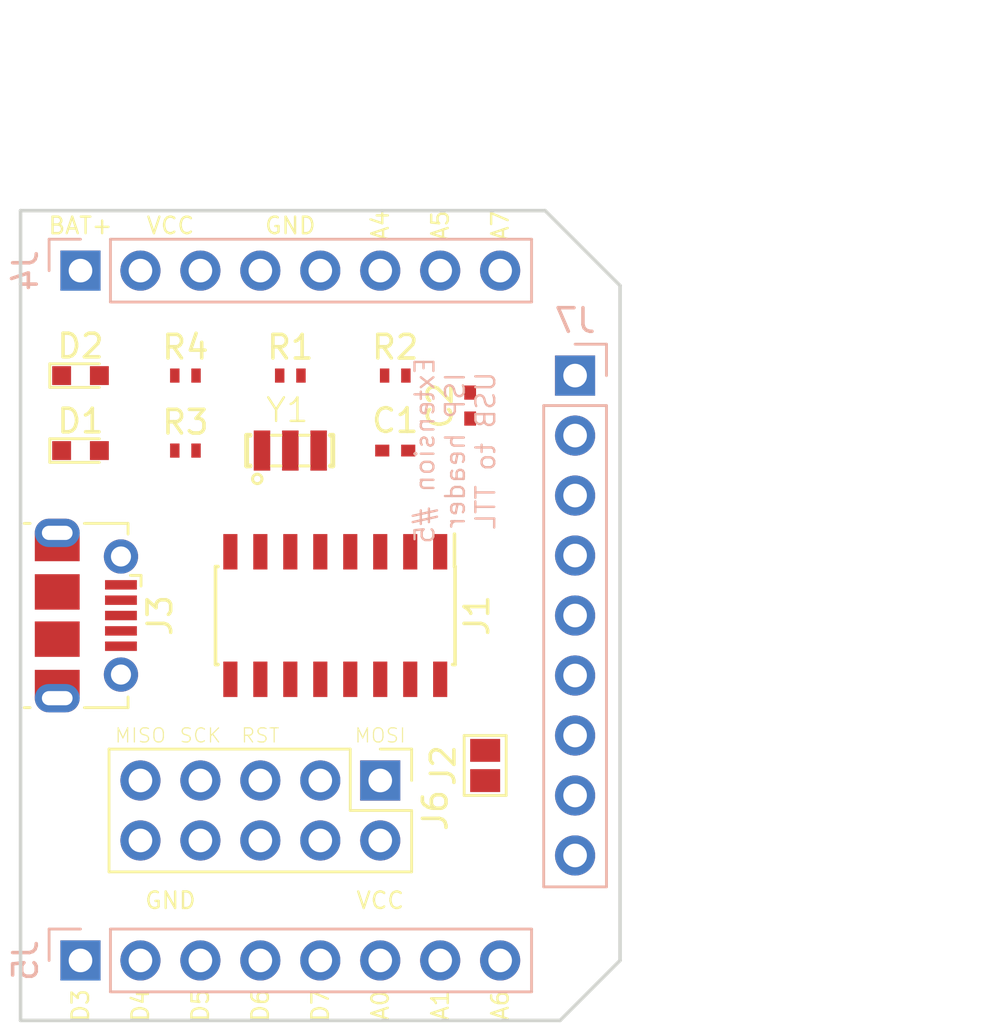
<source format=kicad_pcb>
(kicad_pcb (version 4) (host pcbnew 4.0.7-e2-6376~58~ubuntu17.04.1)

  (general
    (links 45)
    (no_connects 43)
    (area 146.609999 93.904999 172.160001 128.345001)
    (thickness 1.6)
    (drawings 30)
    (tracks 0)
    (zones 0)
    (modules 16)
    (nets 41)
  )

  (page A4)
  (layers
    (0 F.Cu signal)
    (31 B.Cu signal)
    (32 B.Adhes user)
    (33 F.Adhes user)
    (34 B.Paste user)
    (35 F.Paste user)
    (36 B.SilkS user)
    (37 F.SilkS user)
    (38 B.Mask user)
    (39 F.Mask user)
    (40 Dwgs.User user)
    (41 Cmts.User user)
    (42 Eco1.User user)
    (43 Eco2.User user)
    (44 Edge.Cuts user)
    (45 Margin user)
    (46 B.CrtYd user)
    (47 F.CrtYd user)
    (48 B.Fab user)
    (49 F.Fab user)
  )

  (setup
    (last_trace_width 0.25)
    (trace_clearance 0.2)
    (zone_clearance 0.508)
    (zone_45_only no)
    (trace_min 0.2)
    (segment_width 0.2)
    (edge_width 0.15)
    (via_size 0.6)
    (via_drill 0.4)
    (via_min_size 0.4)
    (via_min_drill 0.3)
    (uvia_size 0.3)
    (uvia_drill 0.1)
    (uvias_allowed no)
    (uvia_min_size 0.2)
    (uvia_min_drill 0.1)
    (pcb_text_width 0.3)
    (pcb_text_size 1.5 1.5)
    (mod_edge_width 0.15)
    (mod_text_size 1 1)
    (mod_text_width 0.15)
    (pad_size 1.524 1.524)
    (pad_drill 0.762)
    (pad_to_mask_clearance 0.2)
    (aux_axis_origin 0 0)
    (visible_elements FFFFFF7F)
    (pcbplotparams
      (layerselection 0x00030_80000001)
      (usegerberextensions false)
      (excludeedgelayer true)
      (linewidth 0.100000)
      (plotframeref false)
      (viasonmask false)
      (mode 1)
      (useauxorigin false)
      (hpglpennumber 1)
      (hpglpenspeed 20)
      (hpglpendiameter 15)
      (hpglpenoverlay 2)
      (psnegative false)
      (psa4output false)
      (plotreference true)
      (plotvalue true)
      (plotinvisibletext false)
      (padsonsilk false)
      (subtractmaskfromsilk false)
      (outputformat 1)
      (mirror false)
      (drillshape 1)
      (scaleselection 1)
      (outputdirectory ""))
  )

  (net 0 "")
  (net 1 "Net-(C1-Pad1)")
  (net 2 GND)
  (net 3 VCC)
  (net 4 "Net-(D1-Pad1)")
  (net 5 "Net-(D2-Pad1)")
  (net 6 "Net-(J1-Pad2)")
  (net 7 "Net-(J1-Pad3)")
  (net 8 /USB_P)
  (net 9 /USB_N)
  (net 10 "Net-(J1-Pad7)")
  (net 11 "Net-(J1-Pad8)")
  (net 12 "Net-(J1-Pad9)")
  (net 13 "Net-(J1-Pad10)")
  (net 14 "Net-(J1-Pad11)")
  (net 15 "Net-(J1-Pad12)")
  (net 16 /DTR_2)
  (net 17 "Net-(J1-Pad14)")
  (net 18 "Net-(J1-Pad15)")
  (net 19 /DTR_1)
  (net 20 "Net-(J3-Pad6)")
  (net 21 "Net-(J3-Pad4)")
  (net 22 /BAT+)
  (net 23 /A4)
  (net 24 /A5)
  (net 25 /A7)
  (net 26 /D3)
  (net 27 /D4)
  (net 28 /D5)
  (net 29 /D6)
  (net 30 /D7)
  (net 31 /A0)
  (net 32 /A1)
  (net 33 /A6)
  (net 34 /MOSI)
  (net 35 "Net-(J6-Pad3)")
  (net 36 /RST)
  (net 37 /SCK)
  (net 38 /MISO)
  (net 39 /RX)
  (net 40 /TX)

  (net_class Default "Ceci est la Netclass par défaut"
    (clearance 0.2)
    (trace_width 0.25)
    (via_dia 0.6)
    (via_drill 0.4)
    (uvia_dia 0.3)
    (uvia_drill 0.1)
    (add_net /A0)
    (add_net /A1)
    (add_net /A4)
    (add_net /A5)
    (add_net /A6)
    (add_net /A7)
    (add_net /BAT+)
    (add_net /D3)
    (add_net /D4)
    (add_net /D5)
    (add_net /D6)
    (add_net /D7)
    (add_net /DTR_1)
    (add_net /DTR_2)
    (add_net /MISO)
    (add_net /MOSI)
    (add_net /RST)
    (add_net /RX)
    (add_net /SCK)
    (add_net /TX)
    (add_net /USB_N)
    (add_net /USB_P)
    (add_net GND)
    (add_net "Net-(C1-Pad1)")
    (add_net "Net-(D1-Pad1)")
    (add_net "Net-(D2-Pad1)")
    (add_net "Net-(J1-Pad10)")
    (add_net "Net-(J1-Pad11)")
    (add_net "Net-(J1-Pad12)")
    (add_net "Net-(J1-Pad14)")
    (add_net "Net-(J1-Pad15)")
    (add_net "Net-(J1-Pad2)")
    (add_net "Net-(J1-Pad3)")
    (add_net "Net-(J1-Pad7)")
    (add_net "Net-(J1-Pad8)")
    (add_net "Net-(J1-Pad9)")
    (add_net "Net-(J3-Pad4)")
    (add_net "Net-(J3-Pad6)")
    (add_net "Net-(J6-Pad3)")
    (add_net VCC)
  )

  (module Capacitors_SMD:C_0402_NoSilk (layer F.Cu) (tedit 59CD62B0) (tstamp 59CD58F5)
    (at 162.56 104.14)
    (descr "Capacitor SMD 0402, reflow soldering, AVX (see smccp.pdf)")
    (tags "capacitor 0402")
    (path /5975B973)
    (attr smd)
    (fp_text reference C1 (at 0 -1.27) (layer F.SilkS)
      (effects (font (size 1 1) (thickness 0.15)))
    )
    (fp_text value 100nF (at 0 1.27) (layer F.Fab) hide
      (effects (font (size 1 1) (thickness 0.15)))
    )
    (fp_text user %R (at 0 -1.27) (layer F.Fab)
      (effects (font (size 1 1) (thickness 0.15)))
    )
    (fp_line (start -0.5 0.25) (end -0.5 -0.25) (layer F.Fab) (width 0.1))
    (fp_line (start 0.5 0.25) (end -0.5 0.25) (layer F.Fab) (width 0.1))
    (fp_line (start 0.5 -0.25) (end 0.5 0.25) (layer F.Fab) (width 0.1))
    (fp_line (start -0.5 -0.25) (end 0.5 -0.25) (layer F.Fab) (width 0.1))
    (fp_line (start -1 -0.4) (end 1 -0.4) (layer F.CrtYd) (width 0.05))
    (fp_line (start -1 -0.4) (end -1 0.4) (layer F.CrtYd) (width 0.05))
    (fp_line (start 1 0.4) (end 1 -0.4) (layer F.CrtYd) (width 0.05))
    (fp_line (start 1 0.4) (end -1 0.4) (layer F.CrtYd) (width 0.05))
    (pad 1 smd rect (at -0.55 0) (size 0.6 0.5) (layers F.Cu F.Paste F.Mask)
      (net 1 "Net-(C1-Pad1)"))
    (pad 2 smd rect (at 0.55 0) (size 0.6 0.5) (layers F.Cu F.Paste F.Mask)
      (net 2 GND))
    (model Capacitors_SMD.3dshapes/C_0402.wrl
      (at (xyz 0 0 0))
      (scale (xyz 1 1 1))
      (rotate (xyz 0 0 0))
    )
  )

  (module Capacitors_SMD:C_0402_NoSilk (layer F.Cu) (tedit 59CD62AE) (tstamp 59CD58FB)
    (at 165.735 102.235 90)
    (descr "Capacitor SMD 0402, reflow soldering, AVX (see smccp.pdf)")
    (tags "capacitor 0402")
    (path /5975B9FA)
    (attr smd)
    (fp_text reference C2 (at 0 -1.27 90) (layer F.SilkS)
      (effects (font (size 1 1) (thickness 0.15)))
    )
    (fp_text value 100nF (at 0 1.27 90) (layer F.Fab) hide
      (effects (font (size 1 1) (thickness 0.15)))
    )
    (fp_text user %R (at 0 -1.27 90) (layer F.Fab)
      (effects (font (size 1 1) (thickness 0.15)))
    )
    (fp_line (start -0.5 0.25) (end -0.5 -0.25) (layer F.Fab) (width 0.1))
    (fp_line (start 0.5 0.25) (end -0.5 0.25) (layer F.Fab) (width 0.1))
    (fp_line (start 0.5 -0.25) (end 0.5 0.25) (layer F.Fab) (width 0.1))
    (fp_line (start -0.5 -0.25) (end 0.5 -0.25) (layer F.Fab) (width 0.1))
    (fp_line (start -1 -0.4) (end 1 -0.4) (layer F.CrtYd) (width 0.05))
    (fp_line (start -1 -0.4) (end -1 0.4) (layer F.CrtYd) (width 0.05))
    (fp_line (start 1 0.4) (end 1 -0.4) (layer F.CrtYd) (width 0.05))
    (fp_line (start 1 0.4) (end -1 0.4) (layer F.CrtYd) (width 0.05))
    (pad 1 smd rect (at -0.55 0 90) (size 0.6 0.5) (layers F.Cu F.Paste F.Mask)
      (net 3 VCC))
    (pad 2 smd rect (at 0.55 0 90) (size 0.6 0.5) (layers F.Cu F.Paste F.Mask)
      (net 2 GND))
    (model Capacitors_SMD.3dshapes/C_0402.wrl
      (at (xyz 0 0 0))
      (scale (xyz 1 1 1))
      (rotate (xyz 0 0 0))
    )
  )

  (module LEDs:LED_0603 (layer F.Cu) (tedit 59CD62A3) (tstamp 59CD5901)
    (at 149.225 104.14)
    (descr "LED 0603 smd package")
    (tags "LED led 0603 SMD smd SMT smt smdled SMDLED smtled SMTLED")
    (path /5975BB8F)
    (attr smd)
    (fp_text reference D1 (at 0 -1.25) (layer F.SilkS)
      (effects (font (size 1 1) (thickness 0.15)))
    )
    (fp_text value 0603 (at 0 1.35) (layer F.Fab) hide
      (effects (font (size 1 1) (thickness 0.15)))
    )
    (fp_line (start -1.3 -0.5) (end -1.3 0.5) (layer F.SilkS) (width 0.12))
    (fp_line (start -0.2 -0.2) (end -0.2 0.2) (layer F.Fab) (width 0.1))
    (fp_line (start -0.15 0) (end 0.15 -0.2) (layer F.Fab) (width 0.1))
    (fp_line (start 0.15 0.2) (end -0.15 0) (layer F.Fab) (width 0.1))
    (fp_line (start 0.15 -0.2) (end 0.15 0.2) (layer F.Fab) (width 0.1))
    (fp_line (start 0.8 0.4) (end -0.8 0.4) (layer F.Fab) (width 0.1))
    (fp_line (start 0.8 -0.4) (end 0.8 0.4) (layer F.Fab) (width 0.1))
    (fp_line (start -0.8 -0.4) (end 0.8 -0.4) (layer F.Fab) (width 0.1))
    (fp_line (start -0.8 0.4) (end -0.8 -0.4) (layer F.Fab) (width 0.1))
    (fp_line (start -1.3 0.5) (end 0.8 0.5) (layer F.SilkS) (width 0.12))
    (fp_line (start -1.3 -0.5) (end 0.8 -0.5) (layer F.SilkS) (width 0.12))
    (fp_line (start 1.45 -0.65) (end 1.45 0.65) (layer F.CrtYd) (width 0.05))
    (fp_line (start 1.45 0.65) (end -1.45 0.65) (layer F.CrtYd) (width 0.05))
    (fp_line (start -1.45 0.65) (end -1.45 -0.65) (layer F.CrtYd) (width 0.05))
    (fp_line (start -1.45 -0.65) (end 1.45 -0.65) (layer F.CrtYd) (width 0.05))
    (pad 2 smd rect (at 0.8 0 180) (size 0.8 0.8) (layers F.Cu F.Paste F.Mask)
      (net 3 VCC))
    (pad 1 smd rect (at -0.8 0 180) (size 0.8 0.8) (layers F.Cu F.Paste F.Mask)
      (net 4 "Net-(D1-Pad1)"))
    (model ${KISYS3DMOD}/LEDs.3dshapes/LED_0603.wrl
      (at (xyz 0 0 0))
      (scale (xyz 1 1 1))
      (rotate (xyz 0 0 180))
    )
  )

  (module LEDs:LED_0603 (layer F.Cu) (tedit 59CD62A0) (tstamp 59CD5907)
    (at 149.225 100.965)
    (descr "LED 0603 smd package")
    (tags "LED led 0603 SMD smd SMT smt smdled SMDLED smtled SMTLED")
    (path /5975BBCE)
    (attr smd)
    (fp_text reference D2 (at 0 -1.25) (layer F.SilkS)
      (effects (font (size 1 1) (thickness 0.15)))
    )
    (fp_text value 0603 (at 0 1.35) (layer F.Fab) hide
      (effects (font (size 1 1) (thickness 0.15)))
    )
    (fp_line (start -1.3 -0.5) (end -1.3 0.5) (layer F.SilkS) (width 0.12))
    (fp_line (start -0.2 -0.2) (end -0.2 0.2) (layer F.Fab) (width 0.1))
    (fp_line (start -0.15 0) (end 0.15 -0.2) (layer F.Fab) (width 0.1))
    (fp_line (start 0.15 0.2) (end -0.15 0) (layer F.Fab) (width 0.1))
    (fp_line (start 0.15 -0.2) (end 0.15 0.2) (layer F.Fab) (width 0.1))
    (fp_line (start 0.8 0.4) (end -0.8 0.4) (layer F.Fab) (width 0.1))
    (fp_line (start 0.8 -0.4) (end 0.8 0.4) (layer F.Fab) (width 0.1))
    (fp_line (start -0.8 -0.4) (end 0.8 -0.4) (layer F.Fab) (width 0.1))
    (fp_line (start -0.8 0.4) (end -0.8 -0.4) (layer F.Fab) (width 0.1))
    (fp_line (start -1.3 0.5) (end 0.8 0.5) (layer F.SilkS) (width 0.12))
    (fp_line (start -1.3 -0.5) (end 0.8 -0.5) (layer F.SilkS) (width 0.12))
    (fp_line (start 1.45 -0.65) (end 1.45 0.65) (layer F.CrtYd) (width 0.05))
    (fp_line (start 1.45 0.65) (end -1.45 0.65) (layer F.CrtYd) (width 0.05))
    (fp_line (start -1.45 0.65) (end -1.45 -0.65) (layer F.CrtYd) (width 0.05))
    (fp_line (start -1.45 -0.65) (end 1.45 -0.65) (layer F.CrtYd) (width 0.05))
    (pad 2 smd rect (at 0.8 0 180) (size 0.8 0.8) (layers F.Cu F.Paste F.Mask)
      (net 3 VCC))
    (pad 1 smd rect (at -0.8 0 180) (size 0.8 0.8) (layers F.Cu F.Paste F.Mask)
      (net 5 "Net-(D2-Pad1)"))
    (model ${KISYS3DMOD}/LEDs.3dshapes/LED_0603.wrl
      (at (xyz 0 0 0))
      (scale (xyz 1 1 1))
      (rotate (xyz 0 0 180))
    )
  )

  (module Housings_SOIC:SOIC-16_3.9x9.9mm_Pitch1.27mm (layer F.Cu) (tedit 59CD627D) (tstamp 59CD591B)
    (at 160.02 111.125 270)
    (descr "16-Lead Plastic Small Outline (SL) - Narrow, 3.90 mm Body [SOIC] (see Microchip Packaging Specification 00000049BS.pdf)")
    (tags "SOIC 1.27")
    (path /59721428)
    (attr smd)
    (fp_text reference J1 (at 0 -6 270) (layer F.SilkS)
      (effects (font (size 1 1) (thickness 0.15)))
    )
    (fp_text value CH340G (at 0 6 270) (layer F.Fab) hide
      (effects (font (size 1 1) (thickness 0.15)))
    )
    (fp_text user %R (at 0 0 450) (layer F.Fab)
      (effects (font (size 0.9 0.9) (thickness 0.135)))
    )
    (fp_line (start -0.95 -4.95) (end 1.95 -4.95) (layer F.Fab) (width 0.15))
    (fp_line (start 1.95 -4.95) (end 1.95 4.95) (layer F.Fab) (width 0.15))
    (fp_line (start 1.95 4.95) (end -1.95 4.95) (layer F.Fab) (width 0.15))
    (fp_line (start -1.95 4.95) (end -1.95 -3.95) (layer F.Fab) (width 0.15))
    (fp_line (start -1.95 -3.95) (end -0.95 -4.95) (layer F.Fab) (width 0.15))
    (fp_line (start -3.7 -5.25) (end -3.7 5.25) (layer F.CrtYd) (width 0.05))
    (fp_line (start 3.7 -5.25) (end 3.7 5.25) (layer F.CrtYd) (width 0.05))
    (fp_line (start -3.7 -5.25) (end 3.7 -5.25) (layer F.CrtYd) (width 0.05))
    (fp_line (start -3.7 5.25) (end 3.7 5.25) (layer F.CrtYd) (width 0.05))
    (fp_line (start -2.075 -5.075) (end -2.075 -5.05) (layer F.SilkS) (width 0.15))
    (fp_line (start 2.075 -5.075) (end 2.075 -4.97) (layer F.SilkS) (width 0.15))
    (fp_line (start 2.075 5.075) (end 2.075 4.97) (layer F.SilkS) (width 0.15))
    (fp_line (start -2.075 5.075) (end -2.075 4.97) (layer F.SilkS) (width 0.15))
    (fp_line (start -2.075 -5.075) (end 2.075 -5.075) (layer F.SilkS) (width 0.15))
    (fp_line (start -2.075 5.075) (end 2.075 5.075) (layer F.SilkS) (width 0.15))
    (fp_line (start -2.075 -5.05) (end -3.45 -5.05) (layer F.SilkS) (width 0.15))
    (pad 1 smd rect (at -2.7 -4.445 270) (size 1.5 0.6) (layers F.Cu F.Paste F.Mask)
      (net 2 GND))
    (pad 2 smd rect (at -2.7 -3.175 270) (size 1.5 0.6) (layers F.Cu F.Paste F.Mask)
      (net 6 "Net-(J1-Pad2)"))
    (pad 3 smd rect (at -2.7 -1.905 270) (size 1.5 0.6) (layers F.Cu F.Paste F.Mask)
      (net 7 "Net-(J1-Pad3)"))
    (pad 4 smd rect (at -2.7 -0.635 270) (size 1.5 0.6) (layers F.Cu F.Paste F.Mask)
      (net 1 "Net-(C1-Pad1)"))
    (pad 5 smd rect (at -2.7 0.635 270) (size 1.5 0.6) (layers F.Cu F.Paste F.Mask)
      (net 8 /USB_P))
    (pad 6 smd rect (at -2.7 1.905 270) (size 1.5 0.6) (layers F.Cu F.Paste F.Mask)
      (net 9 /USB_N))
    (pad 7 smd rect (at -2.7 3.175 270) (size 1.5 0.6) (layers F.Cu F.Paste F.Mask)
      (net 10 "Net-(J1-Pad7)"))
    (pad 8 smd rect (at -2.7 4.445 270) (size 1.5 0.6) (layers F.Cu F.Paste F.Mask)
      (net 11 "Net-(J1-Pad8)"))
    (pad 9 smd rect (at 2.7 4.445 270) (size 1.5 0.6) (layers F.Cu F.Paste F.Mask)
      (net 12 "Net-(J1-Pad9)"))
    (pad 10 smd rect (at 2.7 3.175 270) (size 1.5 0.6) (layers F.Cu F.Paste F.Mask)
      (net 13 "Net-(J1-Pad10)"))
    (pad 11 smd rect (at 2.7 1.905 270) (size 1.5 0.6) (layers F.Cu F.Paste F.Mask)
      (net 14 "Net-(J1-Pad11)"))
    (pad 12 smd rect (at 2.7 0.635 270) (size 1.5 0.6) (layers F.Cu F.Paste F.Mask)
      (net 15 "Net-(J1-Pad12)"))
    (pad 13 smd rect (at 2.7 -0.635 270) (size 1.5 0.6) (layers F.Cu F.Paste F.Mask)
      (net 16 /DTR_2))
    (pad 14 smd rect (at 2.7 -1.905 270) (size 1.5 0.6) (layers F.Cu F.Paste F.Mask)
      (net 17 "Net-(J1-Pad14)"))
    (pad 15 smd rect (at 2.7 -3.175 270) (size 1.5 0.6) (layers F.Cu F.Paste F.Mask)
      (net 18 "Net-(J1-Pad15)"))
    (pad 16 smd rect (at 2.7 -4.445 270) (size 1.5 0.6) (layers F.Cu F.Paste F.Mask)
      (net 3 VCC))
    (model ${KISYS3DMOD}/Housings_SOIC.3dshapes/SOIC-16_3.9x9.9mm_Pitch1.27mm.wrl
      (at (xyz 0 0 0))
      (scale (xyz 1 1 1))
      (rotate (xyz 0 0 0))
    )
  )

  (module Connectors:GS2 (layer F.Cu) (tedit 59CD6455) (tstamp 59CD5921)
    (at 166.37 117.475 180)
    (descr "2-pin solder bridge")
    (tags "solder bridge")
    (path /59CD95B9)
    (attr smd)
    (fp_text reference J2 (at 1.78 0 270) (layer F.SilkS)
      (effects (font (size 1 1) (thickness 0.15)))
    )
    (fp_text value GS2 (at -1.8 0 270) (layer F.Fab) hide
      (effects (font (size 1 1) (thickness 0.15)))
    )
    (fp_line (start 1.1 -1.45) (end 1.1 1.5) (layer F.CrtYd) (width 0.05))
    (fp_line (start 1.1 1.5) (end -1.1 1.5) (layer F.CrtYd) (width 0.05))
    (fp_line (start -1.1 1.5) (end -1.1 -1.45) (layer F.CrtYd) (width 0.05))
    (fp_line (start -1.1 -1.45) (end 1.1 -1.45) (layer F.CrtYd) (width 0.05))
    (fp_line (start -0.89 -1.27) (end -0.89 1.27) (layer F.SilkS) (width 0.12))
    (fp_line (start 0.89 1.27) (end 0.89 -1.27) (layer F.SilkS) (width 0.12))
    (fp_line (start 0.89 1.27) (end -0.89 1.27) (layer F.SilkS) (width 0.12))
    (fp_line (start -0.89 -1.27) (end 0.89 -1.27) (layer F.SilkS) (width 0.12))
    (pad 1 smd rect (at 0 -0.64 180) (size 1.27 0.97) (layers F.Cu F.Paste F.Mask)
      (net 19 /DTR_1))
    (pad 2 smd rect (at 0 0.64 180) (size 1.27 0.97) (layers F.Cu F.Paste F.Mask)
      (net 16 /DTR_2))
  )

  (module Connectors_USB:USB_Micro-B_Molex-105017-0001 (layer F.Cu) (tedit 59CD6294) (tstamp 59CD5932)
    (at 148.59 111.125 270)
    (descr http://www.molex.com/pdm_docs/sd/1050170001_sd.pdf)
    (tags "Micro-USB SMD Typ-B")
    (path /59CD456F)
    (attr smd)
    (fp_text reference J3 (at 0 -4 270) (layer F.SilkS)
      (effects (font (size 1 1) (thickness 0.15)))
    )
    (fp_text value USB_OTG (at 0.3 3.45 270) (layer F.Fab) hide
      (effects (font (size 1 1) (thickness 0.15)))
    )
    (fp_line (start -4.4 2.75) (end 4.4 2.75) (layer F.CrtYd) (width 0.05))
    (fp_line (start 4.4 -3.35) (end 4.4 2.75) (layer F.CrtYd) (width 0.05))
    (fp_line (start -4.4 -3.35) (end 4.4 -3.35) (layer F.CrtYd) (width 0.05))
    (fp_line (start -4.4 2.75) (end -4.4 -3.35) (layer F.CrtYd) (width 0.05))
    (fp_text user "PCB Edge" (at 0 1.8 270) (layer Dwgs.User) hide
      (effects (font (size 0.5 0.5) (thickness 0.08)))
    )
    (fp_line (start -3.9 -2.65) (end -3.45 -2.65) (layer F.SilkS) (width 0.12))
    (fp_line (start -3.9 -0.8) (end -3.9 -2.65) (layer F.SilkS) (width 0.12))
    (fp_line (start 3.9 1.75) (end 3.9 1.5) (layer F.SilkS) (width 0.12))
    (fp_line (start 3.75 2.5) (end 3.75 -2.5) (layer F.Fab) (width 0.1))
    (fp_line (start -3 1.801704) (end 3 1.801704) (layer F.Fab) (width 0.1))
    (fp_line (start -3.75 2.501704) (end 3.75 2.501704) (layer F.Fab) (width 0.1))
    (fp_line (start -3.75 -2.5) (end 3.75 -2.5) (layer F.Fab) (width 0.1))
    (fp_line (start -3.75 2.5) (end -3.75 -2.5) (layer F.Fab) (width 0.1))
    (fp_line (start -3.9 1.75) (end -3.9 1.5) (layer F.SilkS) (width 0.12))
    (fp_line (start 3.9 -0.8) (end 3.9 -2.65) (layer F.SilkS) (width 0.12))
    (fp_line (start 3.9 -2.65) (end 3.45 -2.65) (layer F.SilkS) (width 0.12))
    (fp_text user %R (at 0 0 270) (layer F.Fab)
      (effects (font (size 1 1) (thickness 0.15)))
    )
    (fp_line (start -1.7 -3.2) (end -1.25 -3.2) (layer F.SilkS) (width 0.12))
    (fp_line (start -1.7 -3.2) (end -1.7 -2.75) (layer F.SilkS) (width 0.12))
    (fp_line (start -1.3 -2.6) (end -1.5 -2.8) (layer F.Fab) (width 0.1))
    (fp_line (start -1.1 -2.8) (end -1.3 -2.6) (layer F.Fab) (width 0.1))
    (fp_line (start -1.5 -3.01) (end -1.1 -3.01) (layer F.Fab) (width 0.1))
    (fp_line (start -1.5 -3.01) (end -1.5 -2.8) (layer F.Fab) (width 0.1))
    (fp_line (start -1.1 -3.01) (end -1.1 -2.8) (layer F.Fab) (width 0.1))
    (pad 6 smd rect (at 1 0.35 270) (size 1.5 1.9) (layers F.Cu F.Paste F.Mask)
      (net 20 "Net-(J3-Pad6)"))
    (pad 6 thru_hole circle (at -2.5 -2.35 270) (size 1.45 1.45) (drill 0.85) (layers *.Cu *.Mask)
      (net 20 "Net-(J3-Pad6)"))
    (pad 2 smd rect (at -0.65 -2.35 270) (size 0.4 1.35) (layers F.Cu F.Paste F.Mask)
      (net 9 /USB_N))
    (pad 1 smd rect (at -1.3 -2.35 270) (size 0.4 1.35) (layers F.Cu F.Paste F.Mask)
      (net 3 VCC))
    (pad 5 smd rect (at 1.3 -2.35 270) (size 0.4 1.35) (layers F.Cu F.Paste F.Mask)
      (net 2 GND))
    (pad 4 smd rect (at 0.65 -2.35 270) (size 0.4 1.35) (layers F.Cu F.Paste F.Mask)
      (net 21 "Net-(J3-Pad4)"))
    (pad 3 smd rect (at 0 -2.35 270) (size 0.4 1.35) (layers F.Cu F.Paste F.Mask)
      (net 8 /USB_P))
    (pad 6 thru_hole circle (at 2.5 -2.35 270) (size 1.45 1.45) (drill 0.85) (layers *.Cu *.Mask)
      (net 20 "Net-(J3-Pad6)"))
    (pad 6 smd rect (at -1 0.35 270) (size 1.5 1.9) (layers F.Cu F.Paste F.Mask)
      (net 20 "Net-(J3-Pad6)"))
    (pad 6 thru_hole oval (at -3.5 0.35 90) (size 1.2 1.9) (drill oval 0.6 1.3) (layers *.Cu *.Mask)
      (net 20 "Net-(J3-Pad6)") (zone_connect 0))
    (pad 6 thru_hole oval (at 3.5 0.35 270) (size 1.2 1.9) (drill oval 0.6 1.3) (layers *.Cu *.Mask)
      (net 20 "Net-(J3-Pad6)"))
    (pad 6 smd rect (at 2.9 0.35 270) (size 1.2 1.9) (layers F.Cu F.Mask)
      (net 20 "Net-(J3-Pad6)"))
    (pad 6 smd rect (at -2.9 0.35 270) (size 1.2 1.9) (layers F.Cu F.Mask)
      (net 20 "Net-(J3-Pad6)"))
    (model ${KISYS3DMOD}/Connectors_USB.3dshapes/USB_Micro-B_Molex-105017-0001.wrl
      (at (xyz 0 0 0))
      (scale (xyz 1 1 1))
      (rotate (xyz 0 0 0))
    )
    (model Connectors_USB.3dshapes/USB_Micro-B_Molex_47346-0001.wrl
      (at (xyz 0 0 0))
      (scale (xyz 1 1 1))
      (rotate (xyz 0 0 0))
    )
  )

  (module Socket_Strips:Socket_Strip_Straight_1x08_Pitch2.54mm (layer B.Cu) (tedit 59CD628B) (tstamp 59CD593E)
    (at 149.225 96.52 270)
    (descr "Through hole straight socket strip, 1x08, 2.54mm pitch, single row")
    (tags "Through hole socket strip THT 1x08 2.54mm single row")
    (path /59CD47C6)
    (fp_text reference J4 (at 0 2.33 270) (layer B.SilkS)
      (effects (font (size 1 1) (thickness 0.15)) (justify mirror))
    )
    (fp_text value CONN_01X08 (at 0 -20.11 270) (layer B.Fab) hide
      (effects (font (size 1 1) (thickness 0.15)) (justify mirror))
    )
    (fp_line (start -1.27 1.27) (end -1.27 -19.05) (layer B.Fab) (width 0.1))
    (fp_line (start -1.27 -19.05) (end 1.27 -19.05) (layer B.Fab) (width 0.1))
    (fp_line (start 1.27 -19.05) (end 1.27 1.27) (layer B.Fab) (width 0.1))
    (fp_line (start 1.27 1.27) (end -1.27 1.27) (layer B.Fab) (width 0.1))
    (fp_line (start -1.33 -1.27) (end -1.33 -19.11) (layer B.SilkS) (width 0.12))
    (fp_line (start -1.33 -19.11) (end 1.33 -19.11) (layer B.SilkS) (width 0.12))
    (fp_line (start 1.33 -19.11) (end 1.33 -1.27) (layer B.SilkS) (width 0.12))
    (fp_line (start 1.33 -1.27) (end -1.33 -1.27) (layer B.SilkS) (width 0.12))
    (fp_line (start -1.33 0) (end -1.33 1.33) (layer B.SilkS) (width 0.12))
    (fp_line (start -1.33 1.33) (end 0 1.33) (layer B.SilkS) (width 0.12))
    (fp_line (start -1.8 1.8) (end -1.8 -19.55) (layer B.CrtYd) (width 0.05))
    (fp_line (start -1.8 -19.55) (end 1.8 -19.55) (layer B.CrtYd) (width 0.05))
    (fp_line (start 1.8 -19.55) (end 1.8 1.8) (layer B.CrtYd) (width 0.05))
    (fp_line (start 1.8 1.8) (end -1.8 1.8) (layer B.CrtYd) (width 0.05))
    (fp_text user %R (at 0 2.33 270) (layer B.Fab)
      (effects (font (size 1 1) (thickness 0.15)) (justify mirror))
    )
    (pad 1 thru_hole rect (at 0 0 270) (size 1.7 1.7) (drill 1) (layers *.Cu *.Mask)
      (net 22 /BAT+))
    (pad 2 thru_hole oval (at 0 -2.54 270) (size 1.7 1.7) (drill 1) (layers *.Cu *.Mask)
      (net 3 VCC))
    (pad 3 thru_hole oval (at 0 -5.08 270) (size 1.7 1.7) (drill 1) (layers *.Cu *.Mask)
      (net 3 VCC))
    (pad 4 thru_hole oval (at 0 -7.62 270) (size 1.7 1.7) (drill 1) (layers *.Cu *.Mask)
      (net 2 GND))
    (pad 5 thru_hole oval (at 0 -10.16 270) (size 1.7 1.7) (drill 1) (layers *.Cu *.Mask)
      (net 2 GND))
    (pad 6 thru_hole oval (at 0 -12.7 270) (size 1.7 1.7) (drill 1) (layers *.Cu *.Mask)
      (net 23 /A4))
    (pad 7 thru_hole oval (at 0 -15.24 270) (size 1.7 1.7) (drill 1) (layers *.Cu *.Mask)
      (net 24 /A5))
    (pad 8 thru_hole oval (at 0 -17.78 270) (size 1.7 1.7) (drill 1) (layers *.Cu *.Mask)
      (net 25 /A7))
    (model ${KISYS3DMOD}/Socket_Strips.3dshapes/Socket_Strip_Straight_1x08_Pitch2.54mm.wrl
      (at (xyz 0 -0.35 0))
      (scale (xyz 1 1 1))
      (rotate (xyz 0 0 270))
    )
  )

  (module Socket_Strips:Socket_Strip_Straight_1x08_Pitch2.54mm (layer B.Cu) (tedit 59CD6288) (tstamp 59CD594A)
    (at 149.225 125.73 270)
    (descr "Through hole straight socket strip, 1x08, 2.54mm pitch, single row")
    (tags "Through hole socket strip THT 1x08 2.54mm single row")
    (path /59CD4844)
    (fp_text reference J5 (at 0 2.33 270) (layer B.SilkS)
      (effects (font (size 1 1) (thickness 0.15)) (justify mirror))
    )
    (fp_text value CONN_01X08 (at 0 -20.11 270) (layer B.Fab) hide
      (effects (font (size 1 1) (thickness 0.15)) (justify mirror))
    )
    (fp_line (start -1.27 1.27) (end -1.27 -19.05) (layer B.Fab) (width 0.1))
    (fp_line (start -1.27 -19.05) (end 1.27 -19.05) (layer B.Fab) (width 0.1))
    (fp_line (start 1.27 -19.05) (end 1.27 1.27) (layer B.Fab) (width 0.1))
    (fp_line (start 1.27 1.27) (end -1.27 1.27) (layer B.Fab) (width 0.1))
    (fp_line (start -1.33 -1.27) (end -1.33 -19.11) (layer B.SilkS) (width 0.12))
    (fp_line (start -1.33 -19.11) (end 1.33 -19.11) (layer B.SilkS) (width 0.12))
    (fp_line (start 1.33 -19.11) (end 1.33 -1.27) (layer B.SilkS) (width 0.12))
    (fp_line (start 1.33 -1.27) (end -1.33 -1.27) (layer B.SilkS) (width 0.12))
    (fp_line (start -1.33 0) (end -1.33 1.33) (layer B.SilkS) (width 0.12))
    (fp_line (start -1.33 1.33) (end 0 1.33) (layer B.SilkS) (width 0.12))
    (fp_line (start -1.8 1.8) (end -1.8 -19.55) (layer B.CrtYd) (width 0.05))
    (fp_line (start -1.8 -19.55) (end 1.8 -19.55) (layer B.CrtYd) (width 0.05))
    (fp_line (start 1.8 -19.55) (end 1.8 1.8) (layer B.CrtYd) (width 0.05))
    (fp_line (start 1.8 1.8) (end -1.8 1.8) (layer B.CrtYd) (width 0.05))
    (fp_text user %R (at 0 2.33 270) (layer B.Fab)
      (effects (font (size 1 1) (thickness 0.15)) (justify mirror))
    )
    (pad 1 thru_hole rect (at 0 0 270) (size 1.7 1.7) (drill 1) (layers *.Cu *.Mask)
      (net 26 /D3))
    (pad 2 thru_hole oval (at 0 -2.54 270) (size 1.7 1.7) (drill 1) (layers *.Cu *.Mask)
      (net 27 /D4))
    (pad 3 thru_hole oval (at 0 -5.08 270) (size 1.7 1.7) (drill 1) (layers *.Cu *.Mask)
      (net 28 /D5))
    (pad 4 thru_hole oval (at 0 -7.62 270) (size 1.7 1.7) (drill 1) (layers *.Cu *.Mask)
      (net 29 /D6))
    (pad 5 thru_hole oval (at 0 -10.16 270) (size 1.7 1.7) (drill 1) (layers *.Cu *.Mask)
      (net 30 /D7))
    (pad 6 thru_hole oval (at 0 -12.7 270) (size 1.7 1.7) (drill 1) (layers *.Cu *.Mask)
      (net 31 /A0))
    (pad 7 thru_hole oval (at 0 -15.24 270) (size 1.7 1.7) (drill 1) (layers *.Cu *.Mask)
      (net 32 /A1))
    (pad 8 thru_hole oval (at 0 -17.78 270) (size 1.7 1.7) (drill 1) (layers *.Cu *.Mask)
      (net 33 /A6))
    (model ${KISYS3DMOD}/Socket_Strips.3dshapes/Socket_Strip_Straight_1x08_Pitch2.54mm.wrl
      (at (xyz 0 -0.35 0))
      (scale (xyz 1 1 1))
      (rotate (xyz 0 0 270))
    )
  )

  (module Pin_Headers:Pin_Header_Straight_2x05_Pitch2.54mm (layer F.Cu) (tedit 59CD6282) (tstamp 59CD5958)
    (at 161.925 118.11 270)
    (descr "Through hole straight pin header, 2x05, 2.54mm pitch, double rows")
    (tags "Through hole pin header THT 2x05 2.54mm double row")
    (path /59CD496C)
    (fp_text reference J6 (at 1.27 -2.33 270) (layer F.SilkS)
      (effects (font (size 1 1) (thickness 0.15)))
    )
    (fp_text value CONN_02X05 (at 1.27 12.49 270) (layer F.Fab) hide
      (effects (font (size 1 1) (thickness 0.15)))
    )
    (fp_line (start 0 -1.27) (end 3.81 -1.27) (layer F.Fab) (width 0.1))
    (fp_line (start 3.81 -1.27) (end 3.81 11.43) (layer F.Fab) (width 0.1))
    (fp_line (start 3.81 11.43) (end -1.27 11.43) (layer F.Fab) (width 0.1))
    (fp_line (start -1.27 11.43) (end -1.27 0) (layer F.Fab) (width 0.1))
    (fp_line (start -1.27 0) (end 0 -1.27) (layer F.Fab) (width 0.1))
    (fp_line (start -1.33 11.49) (end 3.87 11.49) (layer F.SilkS) (width 0.12))
    (fp_line (start -1.33 1.27) (end -1.33 11.49) (layer F.SilkS) (width 0.12))
    (fp_line (start 3.87 -1.33) (end 3.87 11.49) (layer F.SilkS) (width 0.12))
    (fp_line (start -1.33 1.27) (end 1.27 1.27) (layer F.SilkS) (width 0.12))
    (fp_line (start 1.27 1.27) (end 1.27 -1.33) (layer F.SilkS) (width 0.12))
    (fp_line (start 1.27 -1.33) (end 3.87 -1.33) (layer F.SilkS) (width 0.12))
    (fp_line (start -1.33 0) (end -1.33 -1.33) (layer F.SilkS) (width 0.12))
    (fp_line (start -1.33 -1.33) (end 0 -1.33) (layer F.SilkS) (width 0.12))
    (fp_line (start -1.8 -1.8) (end -1.8 11.95) (layer F.CrtYd) (width 0.05))
    (fp_line (start -1.8 11.95) (end 4.35 11.95) (layer F.CrtYd) (width 0.05))
    (fp_line (start 4.35 11.95) (end 4.35 -1.8) (layer F.CrtYd) (width 0.05))
    (fp_line (start 4.35 -1.8) (end -1.8 -1.8) (layer F.CrtYd) (width 0.05))
    (fp_text user %R (at 1.27 5.08 360) (layer F.Fab)
      (effects (font (size 1 1) (thickness 0.15)))
    )
    (pad 1 thru_hole rect (at 0 0 270) (size 1.7 1.7) (drill 1) (layers *.Cu *.Mask)
      (net 34 /MOSI))
    (pad 2 thru_hole oval (at 2.54 0 270) (size 1.7 1.7) (drill 1) (layers *.Cu *.Mask)
      (net 3 VCC))
    (pad 3 thru_hole oval (at 0 2.54 270) (size 1.7 1.7) (drill 1) (layers *.Cu *.Mask)
      (net 35 "Net-(J6-Pad3)"))
    (pad 4 thru_hole oval (at 2.54 2.54 270) (size 1.7 1.7) (drill 1) (layers *.Cu *.Mask)
      (net 2 GND))
    (pad 5 thru_hole oval (at 0 5.08 270) (size 1.7 1.7) (drill 1) (layers *.Cu *.Mask)
      (net 36 /RST))
    (pad 6 thru_hole oval (at 2.54 5.08 270) (size 1.7 1.7) (drill 1) (layers *.Cu *.Mask)
      (net 2 GND))
    (pad 7 thru_hole oval (at 0 7.62 270) (size 1.7 1.7) (drill 1) (layers *.Cu *.Mask)
      (net 37 /SCK))
    (pad 8 thru_hole oval (at 2.54 7.62 270) (size 1.7 1.7) (drill 1) (layers *.Cu *.Mask)
      (net 2 GND))
    (pad 9 thru_hole oval (at 0 10.16 270) (size 1.7 1.7) (drill 1) (layers *.Cu *.Mask)
      (net 38 /MISO))
    (pad 10 thru_hole oval (at 2.54 10.16 270) (size 1.7 1.7) (drill 1) (layers *.Cu *.Mask)
      (net 2 GND))
    (model ${KISYS3DMOD}/Pin_Headers.3dshapes/Pin_Header_Straight_2x05_Pitch2.54mm.wrl
      (at (xyz 0 0 0))
      (scale (xyz 1 1 1))
      (rotate (xyz 0 0 0))
    )
  )

  (module Socket_Strips:Socket_Strip_Straight_1x09_Pitch2.54mm (layer B.Cu) (tedit 59CD6285) (tstamp 59CD5965)
    (at 170.18 100.965 180)
    (descr "Through hole straight socket strip, 1x09, 2.54mm pitch, single row")
    (tags "Through hole socket strip THT 1x09 2.54mm single row")
    (path /59CD489E)
    (fp_text reference J7 (at 0 2.33 180) (layer B.SilkS)
      (effects (font (size 1 1) (thickness 0.15)) (justify mirror))
    )
    (fp_text value CONN_01X09 (at 0 -22.65 180) (layer B.Fab) hide
      (effects (font (size 1 1) (thickness 0.15)) (justify mirror))
    )
    (fp_line (start -1.27 1.27) (end -1.27 -21.59) (layer B.Fab) (width 0.1))
    (fp_line (start -1.27 -21.59) (end 1.27 -21.59) (layer B.Fab) (width 0.1))
    (fp_line (start 1.27 -21.59) (end 1.27 1.27) (layer B.Fab) (width 0.1))
    (fp_line (start 1.27 1.27) (end -1.27 1.27) (layer B.Fab) (width 0.1))
    (fp_line (start -1.33 -1.27) (end -1.33 -21.65) (layer B.SilkS) (width 0.12))
    (fp_line (start -1.33 -21.65) (end 1.33 -21.65) (layer B.SilkS) (width 0.12))
    (fp_line (start 1.33 -21.65) (end 1.33 -1.27) (layer B.SilkS) (width 0.12))
    (fp_line (start 1.33 -1.27) (end -1.33 -1.27) (layer B.SilkS) (width 0.12))
    (fp_line (start -1.33 0) (end -1.33 1.33) (layer B.SilkS) (width 0.12))
    (fp_line (start -1.33 1.33) (end 0 1.33) (layer B.SilkS) (width 0.12))
    (fp_line (start -1.8 1.8) (end -1.8 -22.1) (layer B.CrtYd) (width 0.05))
    (fp_line (start -1.8 -22.1) (end 1.8 -22.1) (layer B.CrtYd) (width 0.05))
    (fp_line (start 1.8 -22.1) (end 1.8 1.8) (layer B.CrtYd) (width 0.05))
    (fp_line (start 1.8 1.8) (end -1.8 1.8) (layer B.CrtYd) (width 0.05))
    (fp_text user %R (at 0 2.33 180) (layer B.Fab)
      (effects (font (size 1 1) (thickness 0.15)) (justify mirror))
    )
    (pad 1 thru_hole rect (at 0 0 180) (size 1.7 1.7) (drill 1) (layers *.Cu *.Mask)
      (net 36 /RST))
    (pad 2 thru_hole oval (at 0 -2.54 180) (size 1.7 1.7) (drill 1) (layers *.Cu *.Mask)
      (net 39 /RX))
    (pad 3 thru_hole oval (at 0 -5.08 180) (size 1.7 1.7) (drill 1) (layers *.Cu *.Mask)
      (net 40 /TX))
    (pad 4 thru_hole oval (at 0 -7.62 180) (size 1.7 1.7) (drill 1) (layers *.Cu *.Mask)
      (net 34 /MOSI))
    (pad 5 thru_hole oval (at 0 -10.16 180) (size 1.7 1.7) (drill 1) (layers *.Cu *.Mask)
      (net 38 /MISO))
    (pad 6 thru_hole oval (at 0 -12.7 180) (size 1.7 1.7) (drill 1) (layers *.Cu *.Mask)
      (net 37 /SCK))
    (pad 7 thru_hole oval (at 0 -15.24 180) (size 1.7 1.7) (drill 1) (layers *.Cu *.Mask)
      (net 3 VCC))
    (pad 8 thru_hole oval (at 0 -17.78 180) (size 1.7 1.7) (drill 1) (layers *.Cu *.Mask)
      (net 2 GND))
    (pad 9 thru_hole oval (at 0 -20.32 180) (size 1.7 1.7) (drill 1) (layers *.Cu *.Mask)
      (net 19 /DTR_1))
    (model ${KISYS3DMOD}/Socket_Strips.3dshapes/Socket_Strip_Straight_1x09_Pitch2.54mm.wrl
      (at (xyz 0 -0.4 0))
      (scale (xyz 1 1 1))
      (rotate (xyz 0 0 270))
    )
  )

  (module Resistors_SMD:R_0402_NoSilk (layer F.Cu) (tedit 59CD62B5) (tstamp 59CD596B)
    (at 158.115 100.965)
    (descr "Resistor SMD 0402, reflow soldering, Vishay (see dcrcw.pdf)")
    (tags "resistor 0402")
    (path /5975BB6A)
    (attr smd)
    (fp_text reference R1 (at 0 -1.2) (layer F.SilkS)
      (effects (font (size 1 1) (thickness 0.15)))
    )
    (fp_text value 1k (at 0 1.25) (layer F.Fab) hide
      (effects (font (size 1 1) (thickness 0.15)))
    )
    (fp_text user %R (at 0 -1.2) (layer F.Fab)
      (effects (font (size 1 1) (thickness 0.15)))
    )
    (fp_line (start -0.5 0.25) (end -0.5 -0.25) (layer F.Fab) (width 0.1))
    (fp_line (start 0.5 0.25) (end -0.5 0.25) (layer F.Fab) (width 0.1))
    (fp_line (start 0.5 -0.25) (end 0.5 0.25) (layer F.Fab) (width 0.1))
    (fp_line (start -0.5 -0.25) (end 0.5 -0.25) (layer F.Fab) (width 0.1))
    (fp_line (start -0.8 -0.45) (end 0.8 -0.45) (layer F.CrtYd) (width 0.05))
    (fp_line (start -0.8 -0.45) (end -0.8 0.45) (layer F.CrtYd) (width 0.05))
    (fp_line (start 0.8 0.45) (end 0.8 -0.45) (layer F.CrtYd) (width 0.05))
    (fp_line (start 0.8 0.45) (end -0.8 0.45) (layer F.CrtYd) (width 0.05))
    (pad 1 smd rect (at -0.45 0) (size 0.4 0.6) (layers F.Cu F.Paste F.Mask)
      (net 40 /TX))
    (pad 2 smd rect (at 0.45 0) (size 0.4 0.6) (layers F.Cu F.Paste F.Mask)
      (net 6 "Net-(J1-Pad2)"))
    (model ${KISYS3DMOD}/Resistors_SMD.3dshapes/R_0402.wrl
      (at (xyz 0 0 0))
      (scale (xyz 1 1 1))
      (rotate (xyz 0 0 0))
    )
  )

  (module Resistors_SMD:R_0402_NoSilk (layer F.Cu) (tedit 59CD62A7) (tstamp 59CD5971)
    (at 162.56 100.965)
    (descr "Resistor SMD 0402, reflow soldering, Vishay (see dcrcw.pdf)")
    (tags "resistor 0402")
    (path /5975BA1F)
    (attr smd)
    (fp_text reference R2 (at 0 -1.2) (layer F.SilkS)
      (effects (font (size 1 1) (thickness 0.15)))
    )
    (fp_text value 1K (at 0 1.25) (layer F.Fab) hide
      (effects (font (size 1 1) (thickness 0.15)))
    )
    (fp_text user %R (at 0 -1.2) (layer F.Fab)
      (effects (font (size 1 1) (thickness 0.15)))
    )
    (fp_line (start -0.5 0.25) (end -0.5 -0.25) (layer F.Fab) (width 0.1))
    (fp_line (start 0.5 0.25) (end -0.5 0.25) (layer F.Fab) (width 0.1))
    (fp_line (start 0.5 -0.25) (end 0.5 0.25) (layer F.Fab) (width 0.1))
    (fp_line (start -0.5 -0.25) (end 0.5 -0.25) (layer F.Fab) (width 0.1))
    (fp_line (start -0.8 -0.45) (end 0.8 -0.45) (layer F.CrtYd) (width 0.05))
    (fp_line (start -0.8 -0.45) (end -0.8 0.45) (layer F.CrtYd) (width 0.05))
    (fp_line (start 0.8 0.45) (end 0.8 -0.45) (layer F.CrtYd) (width 0.05))
    (fp_line (start 0.8 0.45) (end -0.8 0.45) (layer F.CrtYd) (width 0.05))
    (pad 1 smd rect (at -0.45 0) (size 0.4 0.6) (layers F.Cu F.Paste F.Mask)
      (net 39 /RX))
    (pad 2 smd rect (at 0.45 0) (size 0.4 0.6) (layers F.Cu F.Paste F.Mask)
      (net 7 "Net-(J1-Pad3)"))
    (model ${KISYS3DMOD}/Resistors_SMD.3dshapes/R_0402.wrl
      (at (xyz 0 0 0))
      (scale (xyz 1 1 1))
      (rotate (xyz 0 0 0))
    )
  )

  (module Resistors_SMD:R_0402_NoSilk (layer F.Cu) (tedit 59CD62AB) (tstamp 59CD5977)
    (at 153.67 104.14)
    (descr "Resistor SMD 0402, reflow soldering, Vishay (see dcrcw.pdf)")
    (tags "resistor 0402")
    (path /5975BB28)
    (attr smd)
    (fp_text reference R3 (at 0 -1.2) (layer F.SilkS)
      (effects (font (size 1 1) (thickness 0.15)))
    )
    (fp_text value 5k (at 0 1.25) (layer F.Fab) hide
      (effects (font (size 1 1) (thickness 0.15)))
    )
    (fp_text user %R (at 0 -1.2) (layer F.Fab)
      (effects (font (size 1 1) (thickness 0.15)))
    )
    (fp_line (start -0.5 0.25) (end -0.5 -0.25) (layer F.Fab) (width 0.1))
    (fp_line (start 0.5 0.25) (end -0.5 0.25) (layer F.Fab) (width 0.1))
    (fp_line (start 0.5 -0.25) (end 0.5 0.25) (layer F.Fab) (width 0.1))
    (fp_line (start -0.5 -0.25) (end 0.5 -0.25) (layer F.Fab) (width 0.1))
    (fp_line (start -0.8 -0.45) (end 0.8 -0.45) (layer F.CrtYd) (width 0.05))
    (fp_line (start -0.8 -0.45) (end -0.8 0.45) (layer F.CrtYd) (width 0.05))
    (fp_line (start 0.8 0.45) (end 0.8 -0.45) (layer F.CrtYd) (width 0.05))
    (fp_line (start 0.8 0.45) (end -0.8 0.45) (layer F.CrtYd) (width 0.05))
    (pad 1 smd rect (at -0.45 0) (size 0.4 0.6) (layers F.Cu F.Paste F.Mask)
      (net 4 "Net-(D1-Pad1)"))
    (pad 2 smd rect (at 0.45 0) (size 0.4 0.6) (layers F.Cu F.Paste F.Mask)
      (net 39 /RX))
    (model ${KISYS3DMOD}/Resistors_SMD.3dshapes/R_0402.wrl
      (at (xyz 0 0 0))
      (scale (xyz 1 1 1))
      (rotate (xyz 0 0 0))
    )
  )

  (module Resistors_SMD:R_0402_NoSilk (layer F.Cu) (tedit 59CD62A9) (tstamp 59CD597D)
    (at 153.67 100.965)
    (descr "Resistor SMD 0402, reflow soldering, Vishay (see dcrcw.pdf)")
    (tags "resistor 0402")
    (path /5975BB49)
    (attr smd)
    (fp_text reference R4 (at 0 -1.2) (layer F.SilkS)
      (effects (font (size 1 1) (thickness 0.15)))
    )
    (fp_text value 5k (at 0 1.25) (layer F.Fab) hide
      (effects (font (size 1 1) (thickness 0.15)))
    )
    (fp_text user %R (at 0 -1.2) (layer F.Fab)
      (effects (font (size 1 1) (thickness 0.15)))
    )
    (fp_line (start -0.5 0.25) (end -0.5 -0.25) (layer F.Fab) (width 0.1))
    (fp_line (start 0.5 0.25) (end -0.5 0.25) (layer F.Fab) (width 0.1))
    (fp_line (start 0.5 -0.25) (end 0.5 0.25) (layer F.Fab) (width 0.1))
    (fp_line (start -0.5 -0.25) (end 0.5 -0.25) (layer F.Fab) (width 0.1))
    (fp_line (start -0.8 -0.45) (end 0.8 -0.45) (layer F.CrtYd) (width 0.05))
    (fp_line (start -0.8 -0.45) (end -0.8 0.45) (layer F.CrtYd) (width 0.05))
    (fp_line (start 0.8 0.45) (end 0.8 -0.45) (layer F.CrtYd) (width 0.05))
    (fp_line (start 0.8 0.45) (end -0.8 0.45) (layer F.CrtYd) (width 0.05))
    (pad 1 smd rect (at -0.45 0) (size 0.4 0.6) (layers F.Cu F.Paste F.Mask)
      (net 5 "Net-(D2-Pad1)"))
    (pad 2 smd rect (at 0.45 0) (size 0.4 0.6) (layers F.Cu F.Paste F.Mask)
      (net 40 /TX))
    (model ${KISYS3DMOD}/Resistors_SMD.3dshapes/R_0402.wrl
      (at (xyz 0 0 0))
      (scale (xyz 1 1 1))
      (rotate (xyz 0 0 0))
    )
  )

  (module SMD-RESONATOR-8MHZ-33PF-0.1__3P-3.2X1.3MM_:X3-SMD-3.6X1.3X0.8MM (layer F.Cu) (tedit 59CD62C6) (tstamp 59CD5984)
    (at 158.115 104.14)
    (path /5975B8B0)
    (attr smd)
    (fp_text reference Y1 (at -0.127 -1.7145) (layer F.SilkS)
      (effects (font (size 1 1) (thickness 0.1)))
    )
    (fp_text value Crystal_GND2 (at 0.3175 1.8875) (layer F.SilkS) hide
      (effects (font (size 0.7 0.7) (thickness 0.05)))
    )
    (fp_line (start 1.7 -0.65) (end 1.8 -0.65) (layer F.SilkS) (width 0.2032))
    (fp_line (start 1.8 -0.65) (end 1.8 0.65) (layer F.SilkS) (width 0.2032))
    (fp_line (start 1.8 0.65) (end 1.7 0.65) (layer F.SilkS) (width 0.2032))
    (fp_line (start -1.7 0.65) (end -1.85 0.65) (layer F.SilkS) (width 0.2032))
    (fp_line (start -1.85 0.65) (end -1.85 -0.65) (layer F.SilkS) (width 0.2032))
    (fp_line (start -1.85 -0.65) (end -1.7 -0.65) (layer F.SilkS) (width 0.2032))
    (fp_line (start -1.6 -0.65) (end 1.6 -0.65) (layer Dwgs.User) (width 0.127))
    (fp_line (start 1.6 -0.65) (end 1.6 0.65) (layer Dwgs.User) (width 0.127))
    (fp_line (start 1.6 0.65) (end -1.6 0.65) (layer Dwgs.User) (width 0.127))
    (fp_line (start -1.6 0.65) (end -1.6 -0.65) (layer Dwgs.User) (width 0.127))
    (fp_poly (pts (xy -1.905 -0.889) (xy 1.778 -0.889) (xy 1.778 0.889) (xy -1.905 0.889)) (layer Dwgs.User) (width 0.381))
    (fp_line (start -0.8 -0.65) (end -0.4 -0.65) (layer F.SilkS) (width 0.127))
    (fp_line (start 0.4 -0.65) (end 0.8 -0.65) (layer F.SilkS) (width 0.127))
    (fp_line (start -0.8 0.65) (end -0.4 0.65) (layer F.SilkS) (width 0.127))
    (fp_line (start 0.4 0.65) (end 0.8 0.65) (layer F.SilkS) (width 0.127))
    (fp_circle (center -1.4 1.2) (end -1.2 1.2) (layer F.SilkS) (width 0.127))
    (pad 1 smd rect (at -1.2 0) (size 0.7 1.7) (layers F.Cu F.Paste F.Mask)
      (net 11 "Net-(J1-Pad8)"))
    (pad 2 smd rect (at 0 0) (size 0.7 1.7) (layers F.Cu F.Paste F.Mask)
      (net 2 GND))
    (pad 3 smd rect (at 1.2 0) (size 0.7 1.7) (layers F.Cu F.Paste F.Mask)
      (net 10 "Net-(J1-Pad7)"))
  )

  (gr_text "Extension #5\nISP header\nUSB to TTL" (at 165.1 104.14 90) (layer B.SilkS)
    (effects (font (size 0.8 0.8) (thickness 0.1)) (justify mirror))
  )
  (gr_text BAT+ (at 149.225 94.615) (layer F.SilkS)
    (effects (font (size 0.7 0.7) (thickness 0.1)))
  )
  (gr_text VCC (at 153.035 94.615) (layer F.SilkS)
    (effects (font (size 0.7 0.7) (thickness 0.1)))
  )
  (gr_text GND (at 158.115 94.615) (layer F.SilkS)
    (effects (font (size 0.7 0.7) (thickness 0.1)))
  )
  (gr_text A7 (at 167.005 94.615 90) (layer F.SilkS)
    (effects (font (size 0.7 0.7) (thickness 0.1)))
  )
  (gr_text A5 (at 164.465 94.615 90) (layer F.SilkS)
    (effects (font (size 0.7 0.7) (thickness 0.1)))
  )
  (gr_text A4 (at 161.925 94.615 90) (layer F.SilkS)
    (effects (font (size 0.7 0.7) (thickness 0.1)))
  )
  (gr_text A6 (at 167.005 127.635 90) (layer F.SilkS)
    (effects (font (size 0.7 0.7) (thickness 0.1)))
  )
  (gr_text A1 (at 164.465 127.635 90) (layer F.SilkS)
    (effects (font (size 0.7 0.7) (thickness 0.1)))
  )
  (gr_text A0 (at 161.925 127.635 90) (layer F.SilkS)
    (effects (font (size 0.7 0.7) (thickness 0.1)))
  )
  (gr_text D7 (at 159.385 127.635 90) (layer F.SilkS)
    (effects (font (size 0.7 0.7) (thickness 0.1)))
  )
  (gr_text D6 (at 156.845 127.635 90) (layer F.SilkS)
    (effects (font (size 0.7 0.7) (thickness 0.1)))
  )
  (gr_text MOSI (at 161.925 116.205) (layer F.SilkS)
    (effects (font (size 0.6 0.6) (thickness 0.05)))
  )
  (gr_text RST (at 156.845 116.205) (layer F.SilkS)
    (effects (font (size 0.6 0.6) (thickness 0.05)))
  )
  (gr_text SCK (at 154.305 116.205) (layer F.SilkS)
    (effects (font (size 0.6 0.6) (thickness 0.05)))
  )
  (gr_text MISO (at 151.765 116.205) (layer F.SilkS)
    (effects (font (size 0.6 0.6) (thickness 0.05)))
  )
  (gr_text "GND\n" (at 153.035 123.19) (layer F.SilkS)
    (effects (font (size 0.7 0.7) (thickness 0.1)))
  )
  (gr_text VCC (at 161.925 123.19) (layer F.SilkS)
    (effects (font (size 0.7 0.7) (thickness 0.1)))
  )
  (gr_text D5 (at 154.305 127.635 90) (layer F.SilkS)
    (effects (font (size 0.7 0.7) (thickness 0.1)))
  )
  (gr_text "D4\n" (at 151.765 127.635 90) (layer F.SilkS)
    (effects (font (size 0.7 0.7) (thickness 0.1)))
  )
  (gr_text D3 (at 149.225 127.635 90) (layer F.SilkS)
    (effects (font (size 0.7 0.7) (thickness 0.1)))
  )
  (gr_line (start 146.685 128.27) (end 169.545 128.27) (angle 90) (layer Edge.Cuts) (width 0.15))
  (gr_line (start 146.685 93.98) (end 146.685 128.27) (angle 90) (layer Edge.Cuts) (width 0.15))
  (gr_line (start 168.91 93.98) (end 146.685 93.98) (angle 90) (layer Edge.Cuts) (width 0.15))
  (gr_line (start 172.085 97.155) (end 168.91 93.98) (angle 90) (layer Edge.Cuts) (width 0.15))
  (gr_line (start 172.085 125.73) (end 172.085 97.155) (angle 90) (layer Edge.Cuts) (width 0.15))
  (gr_line (start 169.545 128.27) (end 172.085 125.73) (angle 90) (layer Edge.Cuts) (width 0.15))
  (dimension 24.13 (width 0.3) (layer F.Fab)
    (gr_text "24,130 mm" (at 160.02 86.915) (layer F.Fab)
      (effects (font (size 1.5 1.5) (thickness 0.3)))
    )
    (feature1 (pts (xy 147.955 94.615) (xy 147.955 85.565)))
    (feature2 (pts (xy 172.085 94.615) (xy 172.085 85.565)))
    (crossbar (pts (xy 172.085 88.265) (xy 147.955 88.265)))
    (arrow1a (pts (xy 147.955 88.265) (xy 149.081504 87.678579)))
    (arrow1b (pts (xy 147.955 88.265) (xy 149.081504 88.851421)))
    (arrow2a (pts (xy 172.085 88.265) (xy 170.958496 87.678579)))
    (arrow2b (pts (xy 172.085 88.265) (xy 170.958496 88.851421)))
  )
  (dimension 33.02 (width 0.3) (layer F.Fab)
    (gr_text "33,020 mm" (at 181.69 111.125 270) (layer F.Fab)
      (effects (font (size 1.5 1.5) (thickness 0.3)))
    )
    (feature1 (pts (xy 172.085 127.635) (xy 183.04 127.635)))
    (feature2 (pts (xy 172.085 94.615) (xy 183.04 94.615)))
    (crossbar (pts (xy 180.34 94.615) (xy 180.34 127.635)))
    (arrow1a (pts (xy 180.34 127.635) (xy 179.753579 126.508496)))
    (arrow1b (pts (xy 180.34 127.635) (xy 180.926421 126.508496)))
    (arrow2a (pts (xy 180.34 94.615) (xy 179.753579 95.741504)))
    (arrow2b (pts (xy 180.34 94.615) (xy 180.926421 95.741504)))
  )
  (dimension 34.29 (width 0.3) (layer F.Fab)
    (gr_text "34,290 mm" (at 185.5 111.125 270) (layer F.Fab)
      (effects (font (size 1.5 1.5) (thickness 0.3)))
    )
    (feature1 (pts (xy 175.895 128.27) (xy 186.85 128.27)))
    (feature2 (pts (xy 175.895 93.98) (xy 186.85 93.98)))
    (crossbar (pts (xy 184.15 93.98) (xy 184.15 128.27)))
    (arrow1a (pts (xy 184.15 128.27) (xy 183.563579 127.143496)))
    (arrow1b (pts (xy 184.15 128.27) (xy 184.736421 127.143496)))
    (arrow2a (pts (xy 184.15 93.98) (xy 183.563579 95.106504)))
    (arrow2b (pts (xy 184.15 93.98) (xy 184.736421 95.106504)))
  )

)

</source>
